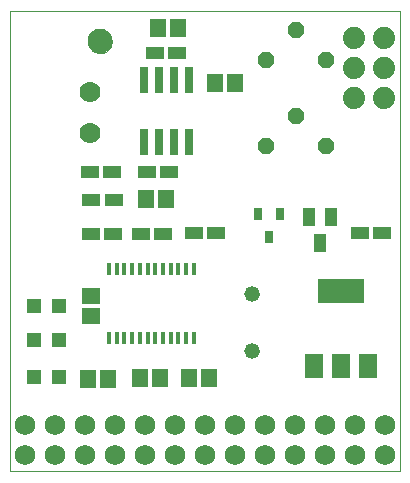
<source format=gts>
G75*
G70*
%OFA0B0*%
%FSLAX24Y24*%
%IPPOS*%
%LPD*%
%AMOC8*
5,1,8,0,0,1.08239X$1,22.5*
%
%ADD10C,0.0000*%
%ADD11C,0.0827*%
%ADD12R,0.0631X0.0434*%
%ADD13C,0.0520*%
%ADD14R,0.0552X0.0631*%
%ADD15R,0.0631X0.0552*%
%ADD16R,0.0276X0.0906*%
%ADD17OC8,0.0520*%
%ADD18R,0.0434X0.0591*%
%ADD19R,0.0512X0.0512*%
%ADD20R,0.0290X0.0440*%
%ADD21R,0.0631X0.0827*%
%ADD22R,0.1536X0.0827*%
%ADD23C,0.0690*%
%ADD24R,0.0160X0.0430*%
%ADD25C,0.0740*%
%ADD26C,0.0700*%
D10*
X002374Y000180D02*
X002374Y015534D01*
X015384Y015534D01*
X015384Y000180D01*
X002374Y000180D01*
X004983Y014515D02*
X004985Y014554D01*
X004991Y014593D01*
X005001Y014631D01*
X005014Y014668D01*
X005031Y014703D01*
X005051Y014737D01*
X005075Y014768D01*
X005102Y014797D01*
X005131Y014823D01*
X005163Y014846D01*
X005197Y014866D01*
X005233Y014882D01*
X005270Y014894D01*
X005309Y014903D01*
X005348Y014908D01*
X005387Y014909D01*
X005426Y014906D01*
X005465Y014899D01*
X005502Y014888D01*
X005539Y014874D01*
X005574Y014856D01*
X005607Y014835D01*
X005638Y014810D01*
X005666Y014783D01*
X005691Y014753D01*
X005713Y014720D01*
X005732Y014686D01*
X005747Y014650D01*
X005759Y014612D01*
X005767Y014574D01*
X005771Y014535D01*
X005771Y014495D01*
X005767Y014456D01*
X005759Y014418D01*
X005747Y014380D01*
X005732Y014344D01*
X005713Y014310D01*
X005691Y014277D01*
X005666Y014247D01*
X005638Y014220D01*
X005607Y014195D01*
X005574Y014174D01*
X005539Y014156D01*
X005502Y014142D01*
X005465Y014131D01*
X005426Y014124D01*
X005387Y014121D01*
X005348Y014122D01*
X005309Y014127D01*
X005270Y014136D01*
X005233Y014148D01*
X005197Y014164D01*
X005163Y014184D01*
X005131Y014207D01*
X005102Y014233D01*
X005075Y014262D01*
X005051Y014293D01*
X005031Y014327D01*
X005014Y014362D01*
X005001Y014399D01*
X004991Y014437D01*
X004985Y014476D01*
X004983Y014515D01*
D11*
X005377Y014515D03*
D12*
X007213Y014120D03*
X007954Y014120D03*
X007674Y010160D03*
X006933Y010160D03*
X005794Y010170D03*
X005053Y010170D03*
X005093Y009230D03*
X005834Y009230D03*
X005824Y008100D03*
X005083Y008100D03*
X006733Y008100D03*
X007474Y008100D03*
X008513Y008140D03*
X009254Y008140D03*
X014043Y008140D03*
X014784Y008140D03*
D13*
X010454Y006090D03*
X010454Y004190D03*
D14*
X009018Y003300D03*
X008349Y003300D03*
X007388Y003290D03*
X006719Y003290D03*
X005638Y003260D03*
X004969Y003260D03*
X006899Y009250D03*
X007568Y009250D03*
X009209Y013140D03*
X009878Y013140D03*
X007968Y014970D03*
X007299Y014970D03*
D15*
X005094Y006045D03*
X005094Y005375D03*
D16*
X006844Y011176D03*
X007344Y011176D03*
X007844Y011176D03*
X008344Y011176D03*
X008344Y013224D03*
X007844Y013224D03*
X007344Y013224D03*
X006844Y013224D03*
D17*
X010904Y013880D03*
X011904Y014880D03*
X012904Y013880D03*
X011904Y012040D03*
X012904Y011040D03*
X010904Y011040D03*
D18*
X012340Y008673D03*
X013088Y008673D03*
X012714Y007807D03*
D19*
X004017Y005700D03*
X003190Y005700D03*
X003180Y004570D03*
X004007Y004570D03*
X004017Y003330D03*
X003190Y003330D03*
D20*
X010640Y008774D03*
X011388Y008774D03*
X011014Y007986D03*
D21*
X012518Y003700D03*
X013424Y003700D03*
X014329Y003700D03*
D22*
X013424Y006180D03*
D23*
X013893Y001727D03*
X013893Y000727D03*
X012893Y000727D03*
X011893Y000727D03*
X010893Y000727D03*
X009893Y000727D03*
X008893Y000727D03*
X007893Y000727D03*
X006893Y000727D03*
X005893Y000727D03*
X004893Y000727D03*
X003893Y000727D03*
X002893Y000727D03*
X002893Y001727D03*
X003893Y001727D03*
X004893Y001727D03*
X005893Y001727D03*
X006893Y001727D03*
X007893Y001727D03*
X008893Y001727D03*
X009893Y001727D03*
X010893Y001727D03*
X011893Y001727D03*
X012893Y001727D03*
X014893Y001727D03*
X014893Y000727D03*
D24*
X008501Y004641D03*
X008245Y004641D03*
X007989Y004641D03*
X007733Y004641D03*
X007477Y004641D03*
X007221Y004641D03*
X006966Y004641D03*
X006710Y004641D03*
X006454Y004641D03*
X006198Y004641D03*
X005942Y004641D03*
X005686Y004641D03*
X005686Y006939D03*
X005942Y006939D03*
X006198Y006939D03*
X006454Y006939D03*
X006710Y006939D03*
X006966Y006939D03*
X007221Y006939D03*
X007477Y006939D03*
X007733Y006939D03*
X007989Y006939D03*
X008245Y006939D03*
X008501Y006939D03*
D25*
X013844Y012620D03*
X014844Y012620D03*
X014844Y013620D03*
X014844Y014620D03*
X013844Y014620D03*
X013844Y013620D03*
D26*
X005064Y012820D03*
X005064Y011460D03*
M02*

</source>
